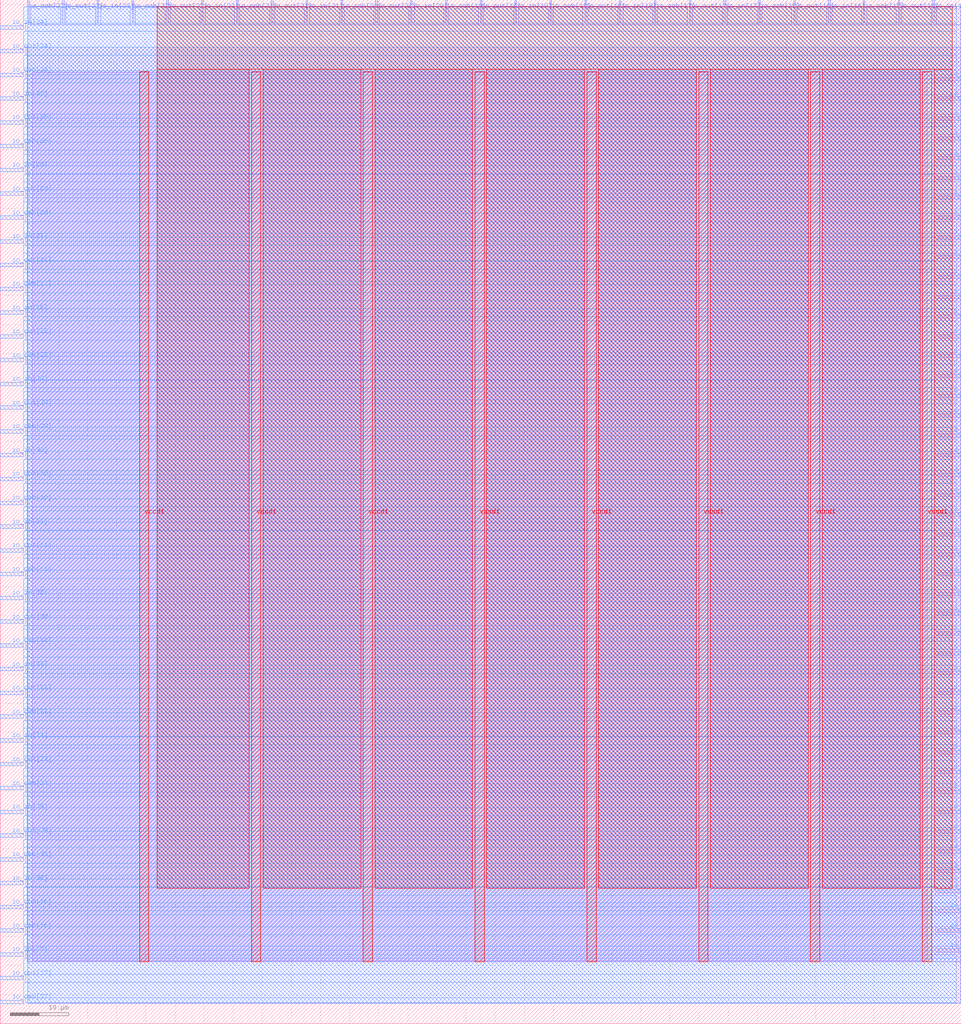
<source format=lef>
VERSION 5.7 ;
  NOWIREEXTENSIONATPIN ON ;
  DIVIDERCHAR "/" ;
  BUSBITCHARS "[]" ;
MACRO tiny_user_project
  CLASS BLOCK ;
  FOREIGN tiny_user_project ;
  ORIGIN 0.000 0.000 ;
  SIZE 165.030 BY 175.750 ;
  PIN io_in[0]
    DIRECTION INPUT ;
    USE SIGNAL ;
    PORT
      LAYER met3 ;
        RECT 161.030 12.280 165.030 12.880 ;
    END
  END io_in[0]
  PIN io_in[10]
    DIRECTION INPUT ;
    USE SIGNAL ;
    PORT
      LAYER met3 ;
        RECT 161.030 114.280 165.030 114.880 ;
    END
  END io_in[10]
  PIN io_in[11]
    DIRECTION INPUT ;
    USE SIGNAL ;
    PORT
      LAYER met3 ;
        RECT 161.030 124.480 165.030 125.080 ;
    END
  END io_in[11]
  PIN io_in[12]
    DIRECTION INPUT ;
    USE SIGNAL ;
    PORT
      LAYER met3 ;
        RECT 161.030 134.680 165.030 135.280 ;
    END
  END io_in[12]
  PIN io_in[13]
    DIRECTION INPUT ;
    USE SIGNAL ;
    PORT
      LAYER met3 ;
        RECT 161.030 144.880 165.030 145.480 ;
    END
  END io_in[13]
  PIN io_in[14]
    DIRECTION INPUT ;
    USE SIGNAL ;
    PORT
      LAYER met3 ;
        RECT 161.030 155.080 165.030 155.680 ;
    END
  END io_in[14]
  PIN io_in[15]
    DIRECTION INPUT ;
    USE SIGNAL ;
    PORT
      LAYER met2 ;
        RECT 160.170 171.750 160.450 175.750 ;
    END
  END io_in[15]
  PIN io_in[16]
    DIRECTION INPUT ;
    USE SIGNAL ;
    PORT
      LAYER met2 ;
        RECT 142.230 171.750 142.510 175.750 ;
    END
  END io_in[16]
  PIN io_in[17]
    DIRECTION INPUT ;
    USE SIGNAL ;
    PORT
      LAYER met2 ;
        RECT 124.290 171.750 124.570 175.750 ;
    END
  END io_in[17]
  PIN io_in[18]
    DIRECTION INPUT ;
    USE SIGNAL ;
    PORT
      LAYER met2 ;
        RECT 106.350 171.750 106.630 175.750 ;
    END
  END io_in[18]
  PIN io_in[19]
    DIRECTION INPUT ;
    USE SIGNAL ;
    PORT
      LAYER met2 ;
        RECT 88.410 171.750 88.690 175.750 ;
    END
  END io_in[19]
  PIN io_in[1]
    DIRECTION INPUT ;
    USE SIGNAL ;
    PORT
      LAYER met3 ;
        RECT 161.030 22.480 165.030 23.080 ;
    END
  END io_in[1]
  PIN io_in[20]
    DIRECTION INPUT ;
    USE SIGNAL ;
    PORT
      LAYER met2 ;
        RECT 70.470 171.750 70.750 175.750 ;
    END
  END io_in[20]
  PIN io_in[21]
    DIRECTION INPUT ;
    USE SIGNAL ;
    PORT
      LAYER met2 ;
        RECT 52.530 171.750 52.810 175.750 ;
    END
  END io_in[21]
  PIN io_in[22]
    DIRECTION INPUT ;
    USE SIGNAL ;
    PORT
      LAYER met2 ;
        RECT 34.590 171.750 34.870 175.750 ;
    END
  END io_in[22]
  PIN io_in[23]
    DIRECTION INPUT ;
    USE SIGNAL ;
    PORT
      LAYER met2 ;
        RECT 16.650 171.750 16.930 175.750 ;
    END
  END io_in[23]
  PIN io_in[24]
    DIRECTION INPUT ;
    USE SIGNAL ;
    PORT
      LAYER met3 ;
        RECT 0.000 170.720 4.000 171.320 ;
    END
  END io_in[24]
  PIN io_in[25]
    DIRECTION INPUT ;
    USE SIGNAL ;
    PORT
      LAYER met3 ;
        RECT 0.000 158.480 4.000 159.080 ;
    END
  END io_in[25]
  PIN io_in[26]
    DIRECTION INPUT ;
    USE SIGNAL ;
    PORT
      LAYER met3 ;
        RECT 0.000 146.240 4.000 146.840 ;
    END
  END io_in[26]
  PIN io_in[27]
    DIRECTION INPUT ;
    USE SIGNAL ;
    PORT
      LAYER met3 ;
        RECT 0.000 134.000 4.000 134.600 ;
    END
  END io_in[27]
  PIN io_in[28]
    DIRECTION INPUT ;
    USE SIGNAL ;
    PORT
      LAYER met3 ;
        RECT 0.000 121.760 4.000 122.360 ;
    END
  END io_in[28]
  PIN io_in[29]
    DIRECTION INPUT ;
    USE SIGNAL ;
    PORT
      LAYER met3 ;
        RECT 0.000 109.520 4.000 110.120 ;
    END
  END io_in[29]
  PIN io_in[2]
    DIRECTION INPUT ;
    USE SIGNAL ;
    PORT
      LAYER met3 ;
        RECT 161.030 32.680 165.030 33.280 ;
    END
  END io_in[2]
  PIN io_in[30]
    DIRECTION INPUT ;
    USE SIGNAL ;
    PORT
      LAYER met3 ;
        RECT 0.000 97.280 4.000 97.880 ;
    END
  END io_in[30]
  PIN io_in[31]
    DIRECTION INPUT ;
    USE SIGNAL ;
    PORT
      LAYER met3 ;
        RECT 0.000 85.040 4.000 85.640 ;
    END
  END io_in[31]
  PIN io_in[32]
    DIRECTION INPUT ;
    USE SIGNAL ;
    PORT
      LAYER met3 ;
        RECT 0.000 72.800 4.000 73.400 ;
    END
  END io_in[32]
  PIN io_in[33]
    DIRECTION INPUT ;
    USE SIGNAL ;
    PORT
      LAYER met3 ;
        RECT 0.000 60.560 4.000 61.160 ;
    END
  END io_in[33]
  PIN io_in[34]
    DIRECTION INPUT ;
    USE SIGNAL ;
    PORT
      LAYER met3 ;
        RECT 0.000 48.320 4.000 48.920 ;
    END
  END io_in[34]
  PIN io_in[35]
    DIRECTION INPUT ;
    USE SIGNAL ;
    PORT
      LAYER met3 ;
        RECT 0.000 36.080 4.000 36.680 ;
    END
  END io_in[35]
  PIN io_in[36]
    DIRECTION INPUT ;
    USE SIGNAL ;
    PORT
      LAYER met3 ;
        RECT 0.000 23.840 4.000 24.440 ;
    END
  END io_in[36]
  PIN io_in[37]
    DIRECTION INPUT ;
    USE SIGNAL ;
    PORT
      LAYER met3 ;
        RECT 0.000 11.600 4.000 12.200 ;
    END
  END io_in[37]
  PIN io_in[3]
    DIRECTION INPUT ;
    USE SIGNAL ;
    PORT
      LAYER met3 ;
        RECT 161.030 42.880 165.030 43.480 ;
    END
  END io_in[3]
  PIN io_in[4]
    DIRECTION INPUT ;
    USE SIGNAL ;
    PORT
      LAYER met3 ;
        RECT 161.030 53.080 165.030 53.680 ;
    END
  END io_in[4]
  PIN io_in[5]
    DIRECTION INPUT ;
    USE SIGNAL ;
    PORT
      LAYER met3 ;
        RECT 161.030 63.280 165.030 63.880 ;
    END
  END io_in[5]
  PIN io_in[6]
    DIRECTION INPUT ;
    USE SIGNAL ;
    PORT
      LAYER met3 ;
        RECT 161.030 73.480 165.030 74.080 ;
    END
  END io_in[6]
  PIN io_in[7]
    DIRECTION INPUT ;
    USE SIGNAL ;
    PORT
      LAYER met3 ;
        RECT 161.030 83.680 165.030 84.280 ;
    END
  END io_in[7]
  PIN io_in[8]
    DIRECTION INPUT ;
    USE SIGNAL ;
    PORT
      LAYER met3 ;
        RECT 161.030 93.880 165.030 94.480 ;
    END
  END io_in[8]
  PIN io_in[9]
    DIRECTION INPUT ;
    USE SIGNAL ;
    PORT
      LAYER met3 ;
        RECT 161.030 104.080 165.030 104.680 ;
    END
  END io_in[9]
  PIN io_oeb[0]
    DIRECTION OUTPUT TRISTATE ;
    USE SIGNAL ;
    PORT
      LAYER met3 ;
        RECT 161.030 19.080 165.030 19.680 ;
    END
  END io_oeb[0]
  PIN io_oeb[10]
    DIRECTION OUTPUT TRISTATE ;
    USE SIGNAL ;
    PORT
      LAYER met3 ;
        RECT 161.030 121.080 165.030 121.680 ;
    END
  END io_oeb[10]
  PIN io_oeb[11]
    DIRECTION OUTPUT TRISTATE ;
    USE SIGNAL ;
    PORT
      LAYER met3 ;
        RECT 161.030 131.280 165.030 131.880 ;
    END
  END io_oeb[11]
  PIN io_oeb[12]
    DIRECTION OUTPUT TRISTATE ;
    USE SIGNAL ;
    PORT
      LAYER met3 ;
        RECT 161.030 141.480 165.030 142.080 ;
    END
  END io_oeb[12]
  PIN io_oeb[13]
    DIRECTION OUTPUT TRISTATE ;
    USE SIGNAL ;
    PORT
      LAYER met3 ;
        RECT 161.030 151.680 165.030 152.280 ;
    END
  END io_oeb[13]
  PIN io_oeb[14]
    DIRECTION OUTPUT TRISTATE ;
    USE SIGNAL ;
    PORT
      LAYER met3 ;
        RECT 161.030 161.880 165.030 162.480 ;
    END
  END io_oeb[14]
  PIN io_oeb[15]
    DIRECTION OUTPUT TRISTATE ;
    USE SIGNAL ;
    PORT
      LAYER met2 ;
        RECT 148.210 171.750 148.490 175.750 ;
    END
  END io_oeb[15]
  PIN io_oeb[16]
    DIRECTION OUTPUT TRISTATE ;
    USE SIGNAL ;
    PORT
      LAYER met2 ;
        RECT 130.270 171.750 130.550 175.750 ;
    END
  END io_oeb[16]
  PIN io_oeb[17]
    DIRECTION OUTPUT TRISTATE ;
    USE SIGNAL ;
    PORT
      LAYER met2 ;
        RECT 112.330 171.750 112.610 175.750 ;
    END
  END io_oeb[17]
  PIN io_oeb[18]
    DIRECTION OUTPUT TRISTATE ;
    USE SIGNAL ;
    PORT
      LAYER met2 ;
        RECT 94.390 171.750 94.670 175.750 ;
    END
  END io_oeb[18]
  PIN io_oeb[19]
    DIRECTION OUTPUT TRISTATE ;
    USE SIGNAL ;
    PORT
      LAYER met2 ;
        RECT 76.450 171.750 76.730 175.750 ;
    END
  END io_oeb[19]
  PIN io_oeb[1]
    DIRECTION OUTPUT TRISTATE ;
    USE SIGNAL ;
    PORT
      LAYER met3 ;
        RECT 161.030 29.280 165.030 29.880 ;
    END
  END io_oeb[1]
  PIN io_oeb[20]
    DIRECTION OUTPUT TRISTATE ;
    USE SIGNAL ;
    PORT
      LAYER met2 ;
        RECT 58.510 171.750 58.790 175.750 ;
    END
  END io_oeb[20]
  PIN io_oeb[21]
    DIRECTION OUTPUT TRISTATE ;
    USE SIGNAL ;
    PORT
      LAYER met2 ;
        RECT 40.570 171.750 40.850 175.750 ;
    END
  END io_oeb[21]
  PIN io_oeb[22]
    DIRECTION OUTPUT TRISTATE ;
    USE SIGNAL ;
    PORT
      LAYER met2 ;
        RECT 22.630 171.750 22.910 175.750 ;
    END
  END io_oeb[22]
  PIN io_oeb[23]
    DIRECTION OUTPUT TRISTATE ;
    USE SIGNAL ;
    PORT
      LAYER met2 ;
        RECT 4.690 171.750 4.970 175.750 ;
    END
  END io_oeb[23]
  PIN io_oeb[24]
    DIRECTION OUTPUT TRISTATE ;
    USE SIGNAL ;
    PORT
      LAYER met3 ;
        RECT 0.000 162.560 4.000 163.160 ;
    END
  END io_oeb[24]
  PIN io_oeb[25]
    DIRECTION OUTPUT TRISTATE ;
    USE SIGNAL ;
    PORT
      LAYER met3 ;
        RECT 0.000 150.320 4.000 150.920 ;
    END
  END io_oeb[25]
  PIN io_oeb[26]
    DIRECTION OUTPUT TRISTATE ;
    USE SIGNAL ;
    PORT
      LAYER met3 ;
        RECT 0.000 138.080 4.000 138.680 ;
    END
  END io_oeb[26]
  PIN io_oeb[27]
    DIRECTION OUTPUT TRISTATE ;
    USE SIGNAL ;
    PORT
      LAYER met3 ;
        RECT 0.000 125.840 4.000 126.440 ;
    END
  END io_oeb[27]
  PIN io_oeb[28]
    DIRECTION OUTPUT TRISTATE ;
    USE SIGNAL ;
    PORT
      LAYER met3 ;
        RECT 0.000 113.600 4.000 114.200 ;
    END
  END io_oeb[28]
  PIN io_oeb[29]
    DIRECTION OUTPUT TRISTATE ;
    USE SIGNAL ;
    PORT
      LAYER met3 ;
        RECT 0.000 101.360 4.000 101.960 ;
    END
  END io_oeb[29]
  PIN io_oeb[2]
    DIRECTION OUTPUT TRISTATE ;
    USE SIGNAL ;
    PORT
      LAYER met3 ;
        RECT 161.030 39.480 165.030 40.080 ;
    END
  END io_oeb[2]
  PIN io_oeb[30]
    DIRECTION OUTPUT TRISTATE ;
    USE SIGNAL ;
    PORT
      LAYER met3 ;
        RECT 0.000 89.120 4.000 89.720 ;
    END
  END io_oeb[30]
  PIN io_oeb[31]
    DIRECTION OUTPUT TRISTATE ;
    USE SIGNAL ;
    PORT
      LAYER met3 ;
        RECT 0.000 76.880 4.000 77.480 ;
    END
  END io_oeb[31]
  PIN io_oeb[32]
    DIRECTION OUTPUT TRISTATE ;
    USE SIGNAL ;
    PORT
      LAYER met3 ;
        RECT 0.000 64.640 4.000 65.240 ;
    END
  END io_oeb[32]
  PIN io_oeb[33]
    DIRECTION OUTPUT TRISTATE ;
    USE SIGNAL ;
    PORT
      LAYER met3 ;
        RECT 0.000 52.400 4.000 53.000 ;
    END
  END io_oeb[33]
  PIN io_oeb[34]
    DIRECTION OUTPUT TRISTATE ;
    USE SIGNAL ;
    PORT
      LAYER met3 ;
        RECT 0.000 40.160 4.000 40.760 ;
    END
  END io_oeb[34]
  PIN io_oeb[35]
    DIRECTION OUTPUT TRISTATE ;
    USE SIGNAL ;
    PORT
      LAYER met3 ;
        RECT 0.000 27.920 4.000 28.520 ;
    END
  END io_oeb[35]
  PIN io_oeb[36]
    DIRECTION OUTPUT TRISTATE ;
    USE SIGNAL ;
    PORT
      LAYER met3 ;
        RECT 0.000 15.680 4.000 16.280 ;
    END
  END io_oeb[36]
  PIN io_oeb[37]
    DIRECTION OUTPUT TRISTATE ;
    USE SIGNAL ;
    PORT
      LAYER met3 ;
        RECT 0.000 3.440 4.000 4.040 ;
    END
  END io_oeb[37]
  PIN io_oeb[3]
    DIRECTION OUTPUT TRISTATE ;
    USE SIGNAL ;
    PORT
      LAYER met3 ;
        RECT 161.030 49.680 165.030 50.280 ;
    END
  END io_oeb[3]
  PIN io_oeb[4]
    DIRECTION OUTPUT TRISTATE ;
    USE SIGNAL ;
    PORT
      LAYER met3 ;
        RECT 161.030 59.880 165.030 60.480 ;
    END
  END io_oeb[4]
  PIN io_oeb[5]
    DIRECTION OUTPUT TRISTATE ;
    USE SIGNAL ;
    PORT
      LAYER met3 ;
        RECT 161.030 70.080 165.030 70.680 ;
    END
  END io_oeb[5]
  PIN io_oeb[6]
    DIRECTION OUTPUT TRISTATE ;
    USE SIGNAL ;
    PORT
      LAYER met3 ;
        RECT 161.030 80.280 165.030 80.880 ;
    END
  END io_oeb[6]
  PIN io_oeb[7]
    DIRECTION OUTPUT TRISTATE ;
    USE SIGNAL ;
    PORT
      LAYER met3 ;
        RECT 161.030 90.480 165.030 91.080 ;
    END
  END io_oeb[7]
  PIN io_oeb[8]
    DIRECTION OUTPUT TRISTATE ;
    USE SIGNAL ;
    PORT
      LAYER met3 ;
        RECT 161.030 100.680 165.030 101.280 ;
    END
  END io_oeb[8]
  PIN io_oeb[9]
    DIRECTION OUTPUT TRISTATE ;
    USE SIGNAL ;
    PORT
      LAYER met3 ;
        RECT 161.030 110.880 165.030 111.480 ;
    END
  END io_oeb[9]
  PIN io_out[0]
    DIRECTION OUTPUT TRISTATE ;
    USE SIGNAL ;
    PORT
      LAYER met3 ;
        RECT 161.030 15.680 165.030 16.280 ;
    END
  END io_out[0]
  PIN io_out[10]
    DIRECTION OUTPUT TRISTATE ;
    USE SIGNAL ;
    PORT
      LAYER met3 ;
        RECT 161.030 117.680 165.030 118.280 ;
    END
  END io_out[10]
  PIN io_out[11]
    DIRECTION OUTPUT TRISTATE ;
    USE SIGNAL ;
    PORT
      LAYER met3 ;
        RECT 161.030 127.880 165.030 128.480 ;
    END
  END io_out[11]
  PIN io_out[12]
    DIRECTION OUTPUT TRISTATE ;
    USE SIGNAL ;
    PORT
      LAYER met3 ;
        RECT 161.030 138.080 165.030 138.680 ;
    END
  END io_out[12]
  PIN io_out[13]
    DIRECTION OUTPUT TRISTATE ;
    USE SIGNAL ;
    PORT
      LAYER met3 ;
        RECT 161.030 148.280 165.030 148.880 ;
    END
  END io_out[13]
  PIN io_out[14]
    DIRECTION OUTPUT TRISTATE ;
    USE SIGNAL ;
    PORT
      LAYER met3 ;
        RECT 161.030 158.480 165.030 159.080 ;
    END
  END io_out[14]
  PIN io_out[15]
    DIRECTION OUTPUT TRISTATE ;
    USE SIGNAL ;
    PORT
      LAYER met2 ;
        RECT 154.190 171.750 154.470 175.750 ;
    END
  END io_out[15]
  PIN io_out[16]
    DIRECTION OUTPUT TRISTATE ;
    USE SIGNAL ;
    PORT
      LAYER met2 ;
        RECT 136.250 171.750 136.530 175.750 ;
    END
  END io_out[16]
  PIN io_out[17]
    DIRECTION OUTPUT TRISTATE ;
    USE SIGNAL ;
    PORT
      LAYER met2 ;
        RECT 118.310 171.750 118.590 175.750 ;
    END
  END io_out[17]
  PIN io_out[18]
    DIRECTION OUTPUT TRISTATE ;
    USE SIGNAL ;
    PORT
      LAYER met2 ;
        RECT 100.370 171.750 100.650 175.750 ;
    END
  END io_out[18]
  PIN io_out[19]
    DIRECTION OUTPUT TRISTATE ;
    USE SIGNAL ;
    PORT
      LAYER met2 ;
        RECT 82.430 171.750 82.710 175.750 ;
    END
  END io_out[19]
  PIN io_out[1]
    DIRECTION OUTPUT TRISTATE ;
    USE SIGNAL ;
    PORT
      LAYER met3 ;
        RECT 161.030 25.880 165.030 26.480 ;
    END
  END io_out[1]
  PIN io_out[20]
    DIRECTION OUTPUT TRISTATE ;
    USE SIGNAL ;
    PORT
      LAYER met2 ;
        RECT 64.490 171.750 64.770 175.750 ;
    END
  END io_out[20]
  PIN io_out[21]
    DIRECTION OUTPUT TRISTATE ;
    USE SIGNAL ;
    PORT
      LAYER met2 ;
        RECT 46.550 171.750 46.830 175.750 ;
    END
  END io_out[21]
  PIN io_out[22]
    DIRECTION OUTPUT TRISTATE ;
    USE SIGNAL ;
    PORT
      LAYER met2 ;
        RECT 28.610 171.750 28.890 175.750 ;
    END
  END io_out[22]
  PIN io_out[23]
    DIRECTION OUTPUT TRISTATE ;
    USE SIGNAL ;
    PORT
      LAYER met2 ;
        RECT 10.670 171.750 10.950 175.750 ;
    END
  END io_out[23]
  PIN io_out[24]
    DIRECTION OUTPUT TRISTATE ;
    USE SIGNAL ;
    PORT
      LAYER met3 ;
        RECT 0.000 166.640 4.000 167.240 ;
    END
  END io_out[24]
  PIN io_out[25]
    DIRECTION OUTPUT TRISTATE ;
    USE SIGNAL ;
    PORT
      LAYER met3 ;
        RECT 0.000 154.400 4.000 155.000 ;
    END
  END io_out[25]
  PIN io_out[26]
    DIRECTION OUTPUT TRISTATE ;
    USE SIGNAL ;
    PORT
      LAYER met3 ;
        RECT 0.000 142.160 4.000 142.760 ;
    END
  END io_out[26]
  PIN io_out[27]
    DIRECTION OUTPUT TRISTATE ;
    USE SIGNAL ;
    PORT
      LAYER met3 ;
        RECT 0.000 129.920 4.000 130.520 ;
    END
  END io_out[27]
  PIN io_out[28]
    DIRECTION OUTPUT TRISTATE ;
    USE SIGNAL ;
    PORT
      LAYER met3 ;
        RECT 0.000 117.680 4.000 118.280 ;
    END
  END io_out[28]
  PIN io_out[29]
    DIRECTION OUTPUT TRISTATE ;
    USE SIGNAL ;
    PORT
      LAYER met3 ;
        RECT 0.000 105.440 4.000 106.040 ;
    END
  END io_out[29]
  PIN io_out[2]
    DIRECTION OUTPUT TRISTATE ;
    USE SIGNAL ;
    PORT
      LAYER met3 ;
        RECT 161.030 36.080 165.030 36.680 ;
    END
  END io_out[2]
  PIN io_out[30]
    DIRECTION OUTPUT TRISTATE ;
    USE SIGNAL ;
    PORT
      LAYER met3 ;
        RECT 0.000 93.200 4.000 93.800 ;
    END
  END io_out[30]
  PIN io_out[31]
    DIRECTION OUTPUT TRISTATE ;
    USE SIGNAL ;
    PORT
      LAYER met3 ;
        RECT 0.000 80.960 4.000 81.560 ;
    END
  END io_out[31]
  PIN io_out[32]
    DIRECTION OUTPUT TRISTATE ;
    USE SIGNAL ;
    PORT
      LAYER met3 ;
        RECT 0.000 68.720 4.000 69.320 ;
    END
  END io_out[32]
  PIN io_out[33]
    DIRECTION OUTPUT TRISTATE ;
    USE SIGNAL ;
    PORT
      LAYER met3 ;
        RECT 0.000 56.480 4.000 57.080 ;
    END
  END io_out[33]
  PIN io_out[34]
    DIRECTION OUTPUT TRISTATE ;
    USE SIGNAL ;
    PORT
      LAYER met3 ;
        RECT 0.000 44.240 4.000 44.840 ;
    END
  END io_out[34]
  PIN io_out[35]
    DIRECTION OUTPUT TRISTATE ;
    USE SIGNAL ;
    PORT
      LAYER met3 ;
        RECT 0.000 32.000 4.000 32.600 ;
    END
  END io_out[35]
  PIN io_out[36]
    DIRECTION OUTPUT TRISTATE ;
    USE SIGNAL ;
    PORT
      LAYER met3 ;
        RECT 0.000 19.760 4.000 20.360 ;
    END
  END io_out[36]
  PIN io_out[37]
    DIRECTION OUTPUT TRISTATE ;
    USE SIGNAL ;
    PORT
      LAYER met3 ;
        RECT 0.000 7.520 4.000 8.120 ;
    END
  END io_out[37]
  PIN io_out[3]
    DIRECTION OUTPUT TRISTATE ;
    USE SIGNAL ;
    PORT
      LAYER met3 ;
        RECT 161.030 46.280 165.030 46.880 ;
    END
  END io_out[3]
  PIN io_out[4]
    DIRECTION OUTPUT TRISTATE ;
    USE SIGNAL ;
    PORT
      LAYER met3 ;
        RECT 161.030 56.480 165.030 57.080 ;
    END
  END io_out[4]
  PIN io_out[5]
    DIRECTION OUTPUT TRISTATE ;
    USE SIGNAL ;
    PORT
      LAYER met3 ;
        RECT 161.030 66.680 165.030 67.280 ;
    END
  END io_out[5]
  PIN io_out[6]
    DIRECTION OUTPUT TRISTATE ;
    USE SIGNAL ;
    PORT
      LAYER met3 ;
        RECT 161.030 76.880 165.030 77.480 ;
    END
  END io_out[6]
  PIN io_out[7]
    DIRECTION OUTPUT TRISTATE ;
    USE SIGNAL ;
    PORT
      LAYER met3 ;
        RECT 161.030 87.080 165.030 87.680 ;
    END
  END io_out[7]
  PIN io_out[8]
    DIRECTION OUTPUT TRISTATE ;
    USE SIGNAL ;
    PORT
      LAYER met3 ;
        RECT 161.030 97.280 165.030 97.880 ;
    END
  END io_out[8]
  PIN io_out[9]
    DIRECTION OUTPUT TRISTATE ;
    USE SIGNAL ;
    PORT
      LAYER met3 ;
        RECT 161.030 107.480 165.030 108.080 ;
    END
  END io_out[9]
  PIN vccd1
    DIRECTION INOUT ;
    USE POWER ;
    PORT
      LAYER met4 ;
        RECT 23.925 10.640 25.525 163.440 ;
    END
    PORT
      LAYER met4 ;
        RECT 62.335 10.640 63.935 163.440 ;
    END
    PORT
      LAYER met4 ;
        RECT 100.745 10.640 102.345 163.440 ;
    END
    PORT
      LAYER met4 ;
        RECT 139.155 10.640 140.755 163.440 ;
    END
  END vccd1
  PIN vssd1
    DIRECTION INOUT ;
    USE GROUND ;
    PORT
      LAYER met4 ;
        RECT 43.130 10.640 44.730 163.440 ;
    END
    PORT
      LAYER met4 ;
        RECT 81.540 10.640 83.140 163.440 ;
    END
    PORT
      LAYER met4 ;
        RECT 119.950 10.640 121.550 163.440 ;
    END
    PORT
      LAYER met4 ;
        RECT 158.360 10.640 159.960 163.440 ;
    END
  END vssd1
  OBS
      LAYER li1 ;
        RECT 5.520 10.795 159.160 163.285 ;
      LAYER met1 ;
        RECT 4.670 10.640 164.980 167.580 ;
      LAYER met2 ;
        RECT 5.250 171.470 10.390 174.605 ;
        RECT 11.230 171.470 16.370 174.605 ;
        RECT 17.210 171.470 22.350 174.605 ;
        RECT 23.190 171.470 28.330 174.605 ;
        RECT 29.170 171.470 34.310 174.605 ;
        RECT 35.150 171.470 40.290 174.605 ;
        RECT 41.130 171.470 46.270 174.605 ;
        RECT 47.110 171.470 52.250 174.605 ;
        RECT 53.090 171.470 58.230 174.605 ;
        RECT 59.070 171.470 64.210 174.605 ;
        RECT 65.050 171.470 70.190 174.605 ;
        RECT 71.030 171.470 76.170 174.605 ;
        RECT 77.010 171.470 82.150 174.605 ;
        RECT 82.990 171.470 88.130 174.605 ;
        RECT 88.970 171.470 94.110 174.605 ;
        RECT 94.950 171.470 100.090 174.605 ;
        RECT 100.930 171.470 106.070 174.605 ;
        RECT 106.910 171.470 112.050 174.605 ;
        RECT 112.890 171.470 118.030 174.605 ;
        RECT 118.870 171.470 124.010 174.605 ;
        RECT 124.850 171.470 129.990 174.605 ;
        RECT 130.830 171.470 135.970 174.605 ;
        RECT 136.810 171.470 141.950 174.605 ;
        RECT 142.790 171.470 147.930 174.605 ;
        RECT 148.770 171.470 153.910 174.605 ;
        RECT 154.750 171.470 159.890 174.605 ;
        RECT 160.730 171.470 164.980 174.605 ;
        RECT 4.700 3.555 164.980 171.470 ;
      LAYER met3 ;
        RECT 4.000 171.720 164.155 174.585 ;
        RECT 4.400 170.320 164.155 171.720 ;
        RECT 4.000 167.640 164.155 170.320 ;
        RECT 4.400 166.240 164.155 167.640 ;
        RECT 4.000 163.560 164.155 166.240 ;
        RECT 4.400 162.880 164.155 163.560 ;
        RECT 4.400 162.160 160.630 162.880 ;
        RECT 4.000 161.480 160.630 162.160 ;
        RECT 4.000 159.480 164.155 161.480 ;
        RECT 4.400 158.080 160.630 159.480 ;
        RECT 4.000 156.080 164.155 158.080 ;
        RECT 4.000 155.400 160.630 156.080 ;
        RECT 4.400 154.680 160.630 155.400 ;
        RECT 4.400 154.000 164.155 154.680 ;
        RECT 4.000 152.680 164.155 154.000 ;
        RECT 4.000 151.320 160.630 152.680 ;
        RECT 4.400 151.280 160.630 151.320 ;
        RECT 4.400 149.920 164.155 151.280 ;
        RECT 4.000 149.280 164.155 149.920 ;
        RECT 4.000 147.880 160.630 149.280 ;
        RECT 4.000 147.240 164.155 147.880 ;
        RECT 4.400 145.880 164.155 147.240 ;
        RECT 4.400 145.840 160.630 145.880 ;
        RECT 4.000 144.480 160.630 145.840 ;
        RECT 4.000 143.160 164.155 144.480 ;
        RECT 4.400 142.480 164.155 143.160 ;
        RECT 4.400 141.760 160.630 142.480 ;
        RECT 4.000 141.080 160.630 141.760 ;
        RECT 4.000 139.080 164.155 141.080 ;
        RECT 4.400 137.680 160.630 139.080 ;
        RECT 4.000 135.680 164.155 137.680 ;
        RECT 4.000 135.000 160.630 135.680 ;
        RECT 4.400 134.280 160.630 135.000 ;
        RECT 4.400 133.600 164.155 134.280 ;
        RECT 4.000 132.280 164.155 133.600 ;
        RECT 4.000 130.920 160.630 132.280 ;
        RECT 4.400 130.880 160.630 130.920 ;
        RECT 4.400 129.520 164.155 130.880 ;
        RECT 4.000 128.880 164.155 129.520 ;
        RECT 4.000 127.480 160.630 128.880 ;
        RECT 4.000 126.840 164.155 127.480 ;
        RECT 4.400 125.480 164.155 126.840 ;
        RECT 4.400 125.440 160.630 125.480 ;
        RECT 4.000 124.080 160.630 125.440 ;
        RECT 4.000 122.760 164.155 124.080 ;
        RECT 4.400 122.080 164.155 122.760 ;
        RECT 4.400 121.360 160.630 122.080 ;
        RECT 4.000 120.680 160.630 121.360 ;
        RECT 4.000 118.680 164.155 120.680 ;
        RECT 4.400 117.280 160.630 118.680 ;
        RECT 4.000 115.280 164.155 117.280 ;
        RECT 4.000 114.600 160.630 115.280 ;
        RECT 4.400 113.880 160.630 114.600 ;
        RECT 4.400 113.200 164.155 113.880 ;
        RECT 4.000 111.880 164.155 113.200 ;
        RECT 4.000 110.520 160.630 111.880 ;
        RECT 4.400 110.480 160.630 110.520 ;
        RECT 4.400 109.120 164.155 110.480 ;
        RECT 4.000 108.480 164.155 109.120 ;
        RECT 4.000 107.080 160.630 108.480 ;
        RECT 4.000 106.440 164.155 107.080 ;
        RECT 4.400 105.080 164.155 106.440 ;
        RECT 4.400 105.040 160.630 105.080 ;
        RECT 4.000 103.680 160.630 105.040 ;
        RECT 4.000 102.360 164.155 103.680 ;
        RECT 4.400 101.680 164.155 102.360 ;
        RECT 4.400 100.960 160.630 101.680 ;
        RECT 4.000 100.280 160.630 100.960 ;
        RECT 4.000 98.280 164.155 100.280 ;
        RECT 4.400 96.880 160.630 98.280 ;
        RECT 4.000 94.880 164.155 96.880 ;
        RECT 4.000 94.200 160.630 94.880 ;
        RECT 4.400 93.480 160.630 94.200 ;
        RECT 4.400 92.800 164.155 93.480 ;
        RECT 4.000 91.480 164.155 92.800 ;
        RECT 4.000 90.120 160.630 91.480 ;
        RECT 4.400 90.080 160.630 90.120 ;
        RECT 4.400 88.720 164.155 90.080 ;
        RECT 4.000 88.080 164.155 88.720 ;
        RECT 4.000 86.680 160.630 88.080 ;
        RECT 4.000 86.040 164.155 86.680 ;
        RECT 4.400 84.680 164.155 86.040 ;
        RECT 4.400 84.640 160.630 84.680 ;
        RECT 4.000 83.280 160.630 84.640 ;
        RECT 4.000 81.960 164.155 83.280 ;
        RECT 4.400 81.280 164.155 81.960 ;
        RECT 4.400 80.560 160.630 81.280 ;
        RECT 4.000 79.880 160.630 80.560 ;
        RECT 4.000 77.880 164.155 79.880 ;
        RECT 4.400 76.480 160.630 77.880 ;
        RECT 4.000 74.480 164.155 76.480 ;
        RECT 4.000 73.800 160.630 74.480 ;
        RECT 4.400 73.080 160.630 73.800 ;
        RECT 4.400 72.400 164.155 73.080 ;
        RECT 4.000 71.080 164.155 72.400 ;
        RECT 4.000 69.720 160.630 71.080 ;
        RECT 4.400 69.680 160.630 69.720 ;
        RECT 4.400 68.320 164.155 69.680 ;
        RECT 4.000 67.680 164.155 68.320 ;
        RECT 4.000 66.280 160.630 67.680 ;
        RECT 4.000 65.640 164.155 66.280 ;
        RECT 4.400 64.280 164.155 65.640 ;
        RECT 4.400 64.240 160.630 64.280 ;
        RECT 4.000 62.880 160.630 64.240 ;
        RECT 4.000 61.560 164.155 62.880 ;
        RECT 4.400 60.880 164.155 61.560 ;
        RECT 4.400 60.160 160.630 60.880 ;
        RECT 4.000 59.480 160.630 60.160 ;
        RECT 4.000 57.480 164.155 59.480 ;
        RECT 4.400 56.080 160.630 57.480 ;
        RECT 4.000 54.080 164.155 56.080 ;
        RECT 4.000 53.400 160.630 54.080 ;
        RECT 4.400 52.680 160.630 53.400 ;
        RECT 4.400 52.000 164.155 52.680 ;
        RECT 4.000 50.680 164.155 52.000 ;
        RECT 4.000 49.320 160.630 50.680 ;
        RECT 4.400 49.280 160.630 49.320 ;
        RECT 4.400 47.920 164.155 49.280 ;
        RECT 4.000 47.280 164.155 47.920 ;
        RECT 4.000 45.880 160.630 47.280 ;
        RECT 4.000 45.240 164.155 45.880 ;
        RECT 4.400 43.880 164.155 45.240 ;
        RECT 4.400 43.840 160.630 43.880 ;
        RECT 4.000 42.480 160.630 43.840 ;
        RECT 4.000 41.160 164.155 42.480 ;
        RECT 4.400 40.480 164.155 41.160 ;
        RECT 4.400 39.760 160.630 40.480 ;
        RECT 4.000 39.080 160.630 39.760 ;
        RECT 4.000 37.080 164.155 39.080 ;
        RECT 4.400 35.680 160.630 37.080 ;
        RECT 4.000 33.680 164.155 35.680 ;
        RECT 4.000 33.000 160.630 33.680 ;
        RECT 4.400 32.280 160.630 33.000 ;
        RECT 4.400 31.600 164.155 32.280 ;
        RECT 4.000 30.280 164.155 31.600 ;
        RECT 4.000 28.920 160.630 30.280 ;
        RECT 4.400 28.880 160.630 28.920 ;
        RECT 4.400 27.520 164.155 28.880 ;
        RECT 4.000 26.880 164.155 27.520 ;
        RECT 4.000 25.480 160.630 26.880 ;
        RECT 4.000 24.840 164.155 25.480 ;
        RECT 4.400 23.480 164.155 24.840 ;
        RECT 4.400 23.440 160.630 23.480 ;
        RECT 4.000 22.080 160.630 23.440 ;
        RECT 4.000 20.760 164.155 22.080 ;
        RECT 4.400 20.080 164.155 20.760 ;
        RECT 4.400 19.360 160.630 20.080 ;
        RECT 4.000 18.680 160.630 19.360 ;
        RECT 4.000 16.680 164.155 18.680 ;
        RECT 4.400 15.280 160.630 16.680 ;
        RECT 4.000 13.280 164.155 15.280 ;
        RECT 4.000 12.600 160.630 13.280 ;
        RECT 4.400 11.880 160.630 12.600 ;
        RECT 4.400 11.200 164.155 11.880 ;
        RECT 4.000 8.520 164.155 11.200 ;
        RECT 4.400 7.120 164.155 8.520 ;
        RECT 4.000 4.440 164.155 7.120 ;
        RECT 4.400 3.575 164.155 4.440 ;
      LAYER met4 ;
        RECT 26.975 163.840 163.465 174.585 ;
        RECT 26.975 23.295 42.730 163.840 ;
        RECT 45.130 23.295 61.935 163.840 ;
        RECT 64.335 23.295 81.140 163.840 ;
        RECT 83.540 23.295 100.345 163.840 ;
        RECT 102.745 23.295 119.550 163.840 ;
        RECT 121.950 23.295 138.755 163.840 ;
        RECT 141.155 23.295 157.960 163.840 ;
        RECT 160.360 23.295 163.465 163.840 ;
  END
END tiny_user_project
END LIBRARY


</source>
